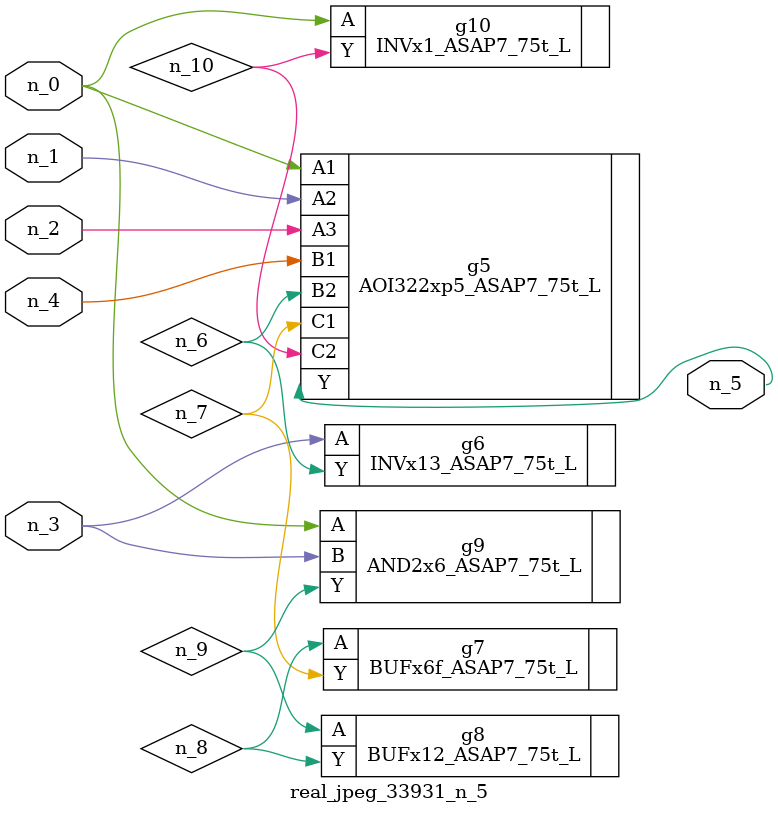
<source format=v>
module real_jpeg_33931_n_5 (n_4, n_0, n_1, n_2, n_3, n_5);

input n_4;
input n_0;
input n_1;
input n_2;
input n_3;

output n_5;

wire n_8;
wire n_6;
wire n_7;
wire n_10;
wire n_9;

AOI322xp5_ASAP7_75t_L g5 ( 
.A1(n_0),
.A2(n_1),
.A3(n_2),
.B1(n_4),
.B2(n_6),
.C1(n_7),
.C2(n_10),
.Y(n_5)
);

AND2x6_ASAP7_75t_L g9 ( 
.A(n_0),
.B(n_3),
.Y(n_9)
);

INVx1_ASAP7_75t_L g10 ( 
.A(n_0),
.Y(n_10)
);

INVx13_ASAP7_75t_L g6 ( 
.A(n_3),
.Y(n_6)
);

BUFx6f_ASAP7_75t_L g7 ( 
.A(n_8),
.Y(n_7)
);

BUFx12_ASAP7_75t_L g8 ( 
.A(n_9),
.Y(n_8)
);


endmodule
</source>
